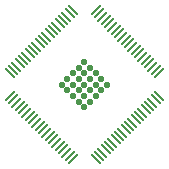
<source format=gtp>
G04 #@! TF.GenerationSoftware,KiCad,Pcbnew,9.0.6*
G04 #@! TF.CreationDate,2026-01-07T12:33:40-06:00*
G04 #@! TF.ProjectId,QFN-80_10x10_P0.4,51464e2d-3830-45f3-9130-7831305f5030,rev?*
G04 #@! TF.SameCoordinates,Original*
G04 #@! TF.FileFunction,Paste,Top*
G04 #@! TF.FilePolarity,Positive*
%FSLAX46Y46*%
G04 Gerber Fmt 4.6, Leading zero omitted, Abs format (unit mm)*
G04 Created by KiCad (PCBNEW 9.0.6) date 2026-01-07 12:33:40*
%MOMM*%
%LPD*%
G01*
G04 APERTURE LIST*
G04 Aperture macros list*
%AMRoundRect*
0 Rectangle with rounded corners*
0 $1 Rounding radius*
0 $2 $3 $4 $5 $6 $7 $8 $9 X,Y pos of 4 corners*
0 Add a 4 corners polygon primitive as box body*
4,1,4,$2,$3,$4,$5,$6,$7,$8,$9,$2,$3,0*
0 Add four circle primitives for the rounded corners*
1,1,$1+$1,$2,$3*
1,1,$1+$1,$4,$5*
1,1,$1+$1,$6,$7*
1,1,$1+$1,$8,$9*
0 Add four rect primitives between the rounded corners*
20,1,$1+$1,$2,$3,$4,$5,0*
20,1,$1+$1,$4,$5,$6,$7,0*
20,1,$1+$1,$6,$7,$8,$9,0*
20,1,$1+$1,$8,$9,$2,$3,0*%
G04 Aperture macros list end*
%ADD10RoundRect,0.132500X-0.187383X0.000000X0.000000X-0.187383X0.187383X0.000000X0.000000X0.187383X0*%
%ADD11RoundRect,0.050000X-0.424264X0.353553X0.353553X-0.424264X0.424264X-0.353553X-0.353553X0.424264X0*%
%ADD12RoundRect,0.050000X-0.424264X-0.353553X-0.353553X-0.424264X0.424264X0.353553X0.353553X0.424264X0*%
G04 APERTURE END LIST*
D10*
X138430000Y-126346670D03*
X137949167Y-126827502D03*
X137468335Y-127308335D03*
X136987502Y-127789167D03*
X136506670Y-128270000D03*
X137949167Y-127789167D03*
X138910833Y-126827502D03*
X138430000Y-127308335D03*
X137468335Y-128270000D03*
X136987502Y-128750833D03*
X139391665Y-127308335D03*
X138910833Y-127789167D03*
X138430000Y-128270000D03*
X137949167Y-128750833D03*
X137468335Y-129231665D03*
X139872498Y-127789167D03*
X139391665Y-128270000D03*
X138430000Y-129231665D03*
X137949167Y-129712498D03*
X138910833Y-128750833D03*
X140353330Y-128270000D03*
X139872498Y-128750833D03*
X139391665Y-129231665D03*
X138910833Y-129712498D03*
X138430000Y-130193330D03*
D11*
X137475406Y-121941394D03*
X137192562Y-122224236D03*
X136909720Y-122507080D03*
X136626878Y-122789922D03*
X136344034Y-123072766D03*
X136061192Y-123355608D03*
X135778350Y-123638451D03*
X135495507Y-123921293D03*
X135212665Y-124204135D03*
X134929821Y-124486979D03*
X134646979Y-124769821D03*
X134364135Y-125052665D03*
X134081293Y-125335507D03*
X133798451Y-125618350D03*
X133515608Y-125901192D03*
X133232766Y-126184034D03*
X132949922Y-126466878D03*
X132667080Y-126749720D03*
X132384236Y-127032562D03*
X132101394Y-127315406D03*
D12*
X132101394Y-129224594D03*
X132384236Y-129507438D03*
X132667080Y-129790280D03*
X132949922Y-130073122D03*
X133232766Y-130355966D03*
X133515608Y-130638808D03*
X133798451Y-130921650D03*
X134081293Y-131204493D03*
X134364135Y-131487335D03*
X134646979Y-131770179D03*
X134929821Y-132053021D03*
X135212665Y-132335865D03*
X135495507Y-132618707D03*
X135778350Y-132901549D03*
X136061192Y-133184392D03*
X136344034Y-133467234D03*
X136626878Y-133750078D03*
X136909720Y-134032920D03*
X137192562Y-134315764D03*
X137475406Y-134598606D03*
D11*
X139384594Y-134598606D03*
X139667438Y-134315764D03*
X139950280Y-134032920D03*
X140233122Y-133750078D03*
X140515966Y-133467234D03*
X140798808Y-133184392D03*
X141081650Y-132901549D03*
X141364493Y-132618707D03*
X141647335Y-132335865D03*
X141930179Y-132053021D03*
X142213021Y-131770179D03*
X142495865Y-131487335D03*
X142778707Y-131204493D03*
X143061549Y-130921650D03*
X143344392Y-130638808D03*
X143627234Y-130355966D03*
X143910078Y-130073122D03*
X144192920Y-129790280D03*
X144475764Y-129507438D03*
X144758606Y-129224594D03*
D12*
X144758606Y-127315406D03*
X144475764Y-127032562D03*
X144192920Y-126749720D03*
X143910078Y-126466878D03*
X143627234Y-126184034D03*
X143344392Y-125901192D03*
X143061549Y-125618350D03*
X142778707Y-125335507D03*
X142495865Y-125052665D03*
X142213021Y-124769821D03*
X141930179Y-124486979D03*
X141647335Y-124204135D03*
X141364493Y-123921293D03*
X141081650Y-123638451D03*
X140798808Y-123355608D03*
X140515966Y-123072766D03*
X140233122Y-122789922D03*
X139950280Y-122507080D03*
X139667438Y-122224236D03*
X139384594Y-121941394D03*
M02*

</source>
